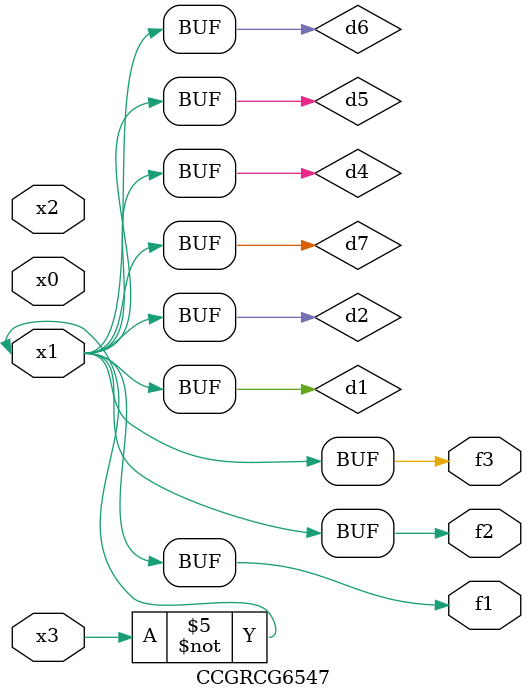
<source format=v>
module CCGRCG6547(
	input x0, x1, x2, x3,
	output f1, f2, f3
);

	wire d1, d2, d3, d4, d5, d6, d7;

	not (d1, x3);
	buf (d2, x1);
	xnor (d3, d1, d2);
	nor (d4, d1);
	buf (d5, d1, d2);
	buf (d6, d4, d5);
	nand (d7, d4);
	assign f1 = d6;
	assign f2 = d7;
	assign f3 = d6;
endmodule

</source>
